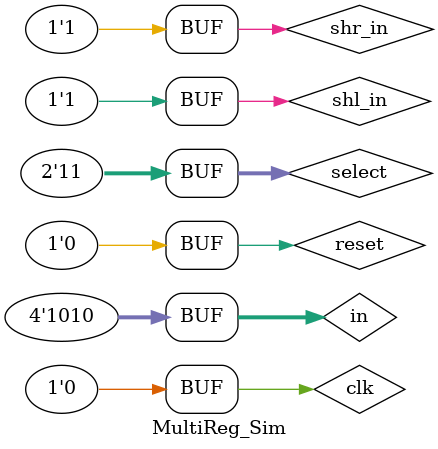
<source format=sv>
`timescale 1ns / 1ps


module MultiReg_Sim();
logic clk, reset, shr_in, shl_in;
logic [1:0] select;
logic [3:0] in;
logic [3:0] q;
MultifunctionReg  mReg (clk, reset, shr_in, shl_in,select,in,q); // instantiate dut
always 
    begin 
        clk = 1; #10; clk = 0; #10;
    end
    
initial begin
    in = 4'b1010;
    shr_in = 1;
    shl_in = 1;
    reset = 1; select[1] = 0; select[0] = 0; #100;
    select[1] = 0; select[0] = 1; #100;
    select[1] = 1; select[0] = 0; #100;
    select[1] = 1; select[0] = 1; reset = 0 ; #100;
    select[1] = 0; select[0] = 0; #100;
    select[1] = 0; select[0] = 1; #100;
    select[1] = 1; select[0] = 0; #100;
    select[1] = 1; select[0] = 1; #100;
end
endmodule


</source>
